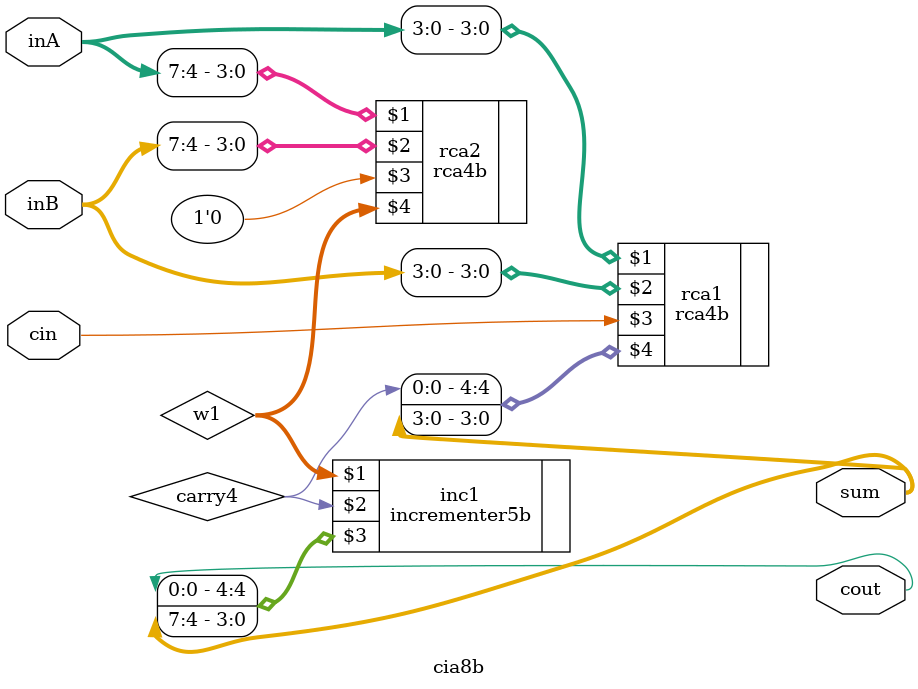
<source format=v>
`timescale 1ns / 1ps
module cia8b(inA, inB, cin, sum, cout
    );

	// Assigning ports as in/out
	input [7:0] inA, inB;
	input cin;
	output [7:0] sum;
	output cout;
	
	// Logic
	//// A wire which is containing the carry of first 4 bits
	wire carry4;
	
	//// sum[3:0] is just inA[3:0] and inB[3:0] passed through the RCA4b
	rca4b rca1(inA[3:0], inB[3:0], cin, {carry4, sum[3:0]});
	
	//// sum[8:4]  is inA[4:7] and inB[4:7] passed through RCA4b passed through
	//// an incrementer controlled by carry4
	wire [4:0] w1;
	rca4b rca2(inA[7:4], inB[7:4], 1'b0, w1);
	incrementer5b inc1(w1, carry4, {cout, sum[7:4]});
	
endmodule

</source>
